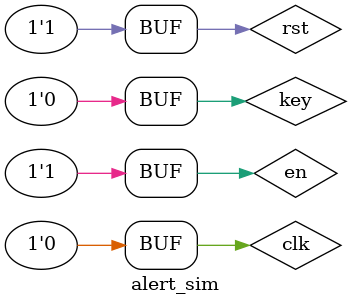
<source format=v>
`timescale 1ns / 1ps


module alert_sim( );
reg clk,rst,key,en;
wire buzzer;
alert u1(clk,rst,key,buzzer);
initial begin
clk = 1'b0;rst = 1'b0;key = 1'b0;en = 1'b0;
#10 rst = 1'b1;
#10 en = 1'b1;
repeat(100)  #10 clk = ~clk;
end
endmodule
 
</source>
